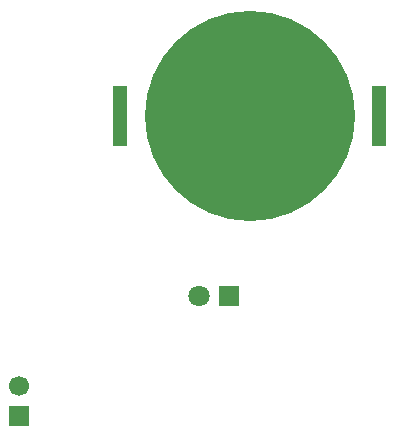
<source format=gbr>
%TF.GenerationSoftware,KiCad,Pcbnew,9.0.1*%
%TF.CreationDate,2025-05-08T10:03:42+02:00*%
%TF.ProjectId,smiley_example_pcb,736d696c-6579-45f6-9578-616d706c655f,rev?*%
%TF.SameCoordinates,Original*%
%TF.FileFunction,Soldermask,Bot*%
%TF.FilePolarity,Negative*%
%FSLAX46Y46*%
G04 Gerber Fmt 4.6, Leading zero omitted, Abs format (unit mm)*
G04 Created by KiCad (PCBNEW 9.0.1) date 2025-05-08 10:03:42*
%MOMM*%
%LPD*%
G01*
G04 APERTURE LIST*
%ADD10C,17.800000*%
%ADD11R,1.270000X5.080000*%
%ADD12R,1.700000X1.700000*%
%ADD13C,1.700000*%
%ADD14R,1.800000X1.800000*%
%ADD15C,1.800000*%
G04 APERTURE END LIST*
D10*
%TO.C,BT1*%
X49975000Y-35560000D03*
D11*
X60960000Y-35560000D03*
X38990000Y-35560000D03*
%TD*%
D12*
%TO.C,SW1*%
X30480000Y-60960000D03*
D13*
X30480000Y-58420000D03*
%TD*%
D14*
%TO.C,D1*%
X48260000Y-50800000D03*
D15*
X45720000Y-50800000D03*
%TD*%
M02*

</source>
